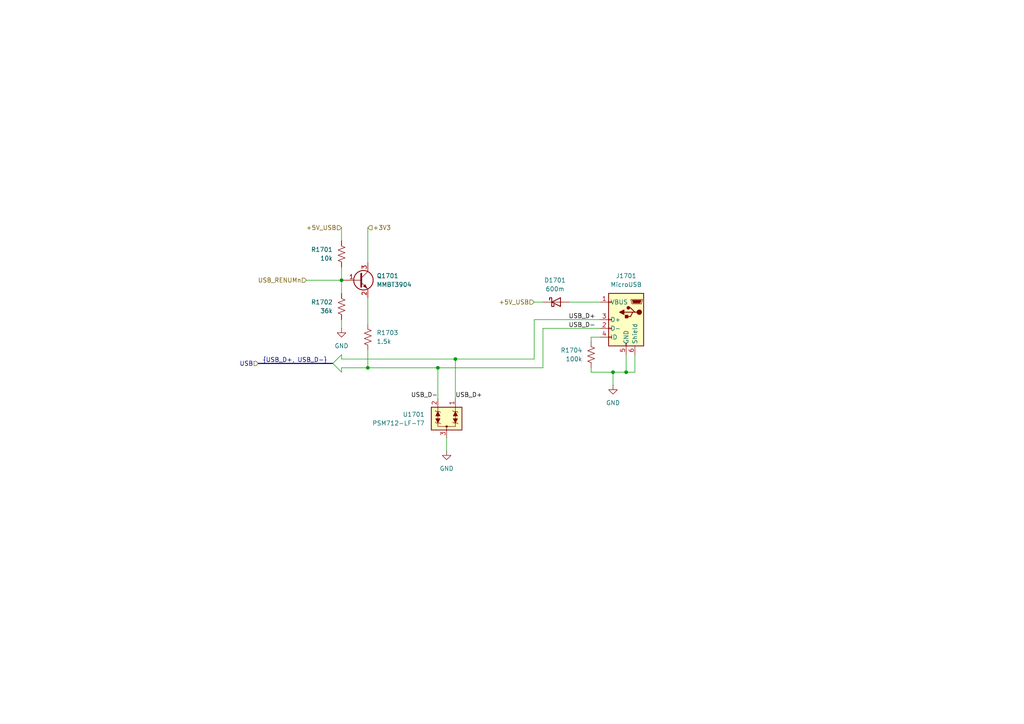
<source format=kicad_sch>
(kicad_sch (version 20250114) (generator "eeschema") (generator_version "9.0")
  (paper "A4")
  (lib_symbols
    (symbol "Transistor_BJT:MMBT3904" (pin_names (offset 0) (hide yes))
      (property "Reference" "Q" (at 5.08 1.905 0))
      (property "Value" "MMBT3904" (at 5.08 0 0))
      (symbol "MMBT3904_0_1"
        (polyline (pts (xy 0.635 1.905) (xy 0.635 -1.905) (xy 0.635 -1.905)) (stroke (width 0.508)))
        (polyline (pts (xy 0.635 0.635) (xy 2.54 2.54)))
        (polyline (pts (xy 0.635 -0.635) (xy 2.54 -2.54) (xy 2.54 -2.54)))
        (circle (center 1.27 0) (radius 2.8194) (stroke (width 0.254)))
        (polyline (pts (xy 1.27 -1.778) (xy 1.778 -1.27) (xy 2.286 -2.286) (xy 1.27 -1.778) (xy 1.27 -1.778)) (fill (type outline)))
      )
      (symbol "MMBT3904_1_1"
        (pin input line (at -5.08 0 0) (length 5.715) (name "B") (number "1"))
        (pin passive line (at 2.54 5.08 270) (length 2.54) (name "C") (number "3"))
        (pin passive line (at 2.54 -5.08 90) (length 2.54) (name "E") (number "2"))
      )
    )
    (symbol "bfr_connectors:USB_B_Micro"
      (property "Reference" "J" (at 0 11.43 0))
      (property "Value" "MicroUSB" (at 0 8.89 0))
      (symbol "USB_B_Micro_0_1"
        (rectangle (start -5.08 -7.62) (end 5.08 7.62) (stroke (width 0.254)) (fill (type background)))
        (polyline (pts (xy -4.699 5.842) (xy -4.699 5.588) (xy -4.445 4.826) (xy -4.445 4.572) (xy -1.651 4.572) (xy -1.651 4.826) (xy -1.397 5.588) (xy -1.397 5.842) (xy -4.699 5.842)))
        (polyline (pts (xy -4.318 5.588) (xy -1.778 5.588) (xy -2.032 4.826) (xy -4.064 4.826) (xy -4.318 5.588)) (fill (type outline)))
        (circle (center -3.81 2.159) (radius 0.635) (stroke (width 0.254)) (fill (type outline)))
        (polyline (pts (xy -3.175 2.159) (xy -2.54 2.159) (xy -1.27 3.429) (xy -0.635 3.429)) (stroke (width 0.254)))
        (polyline (pts (xy -2.54 2.159) (xy -1.905 2.159) (xy -1.27 0.889) (xy 0 0.889)) (stroke (width 0.254)))
        (polyline (pts (xy -1.905 2.159) (xy 0.635 2.159)) (stroke (width 0.254)))
        (circle (center -0.635 3.429) (radius 0.381) (stroke (width 0.254)) (fill (type outline)))
        (rectangle (start -0.127 -7.62) (end 0.127 -6.858))
        (rectangle (start 0.254 1.27) (end -0.508 0.508) (stroke (width 0.254)) (fill (type outline)))
        (polyline (pts (xy 0.635 2.794) (xy 0.635 1.524) (xy 1.905 2.159) (xy 0.635 2.794)) (stroke (width 0.254)) (fill (type outline)))
        (rectangle (start 5.08 4.953) (end 4.318 5.207))
        (rectangle (start 5.08 -0.127) (end 4.318 0.127))
        (rectangle (start 5.08 -2.667) (end 4.318 -2.413))
        (rectangle (start 5.08 -5.207) (end 4.318 -4.953))
      )
      (symbol "USB_B_Micro_1_1"
        (pin passive line (at -2.54 -10.16 90) (length 2.54) (name "Shield") (number "6"))
        (pin power_out line (at 0 -10.16 90) (length 2.54) (name "GND") (number "5"))
        (pin power_out line (at 7.62 5.08 180) (length 2.54) (name "VBUS") (number "1"))
        (pin bidirectional line (at 7.62 0 180) (length 2.54) (name "D+") (number "3"))
        (pin bidirectional line (at 7.62 -2.54 180) (length 2.54) (name "D-") (number "2"))
        (pin passive line (at 7.62 -5.08 180) (length 2.54) (name "ID") (number "4"))
      )
    )
    (symbol "bfr_diodes:1N5819WS" (pin_numbers (hide yes)) (pin_names (offset 1.016) (hide yes))
      (property "Reference" "D" (at 0 2.54 0))
      (property "Value" "600m" (at 0 -2.54 0))
      (symbol "1N5819WS_0_1"
        (polyline (pts (xy -1.905 0.635) (xy -1.905 1.27) (xy -1.27 1.27) (xy -1.27 -1.27) (xy -0.635 -1.27) (xy -0.635 -0.635)) (stroke (width 0.254)))
        (polyline (pts (xy 1.27 1.27) (xy 1.27 -1.27) (xy -1.27 0) (xy 1.27 1.27)) (stroke (width 0.254)))
        (polyline (pts (xy 1.27 0) (xy -1.27 0)))
      )
      (symbol "1N5819WS_1_1"
        (pin passive line (at -3.81 0 0) (length 2.54) (name "K") (number "1"))
        (pin passive line (at 3.81 0 180) (length 2.54) (name "A") (number "2"))
      )
    )
    (symbol "bfr_diodes:PSM712-LF-T7"
      (property "Reference" "U" (at 0 13.97 0))
      (property "Value" "PSM712-LF-T7" (at 0 11.43 0))
      (symbol "PSM712-LF-T7_0_1"
        (rectangle (start -4.445 1.27) (end 4.445 -5.334) (stroke (width 0.254)) (fill (type background)))
        (polyline (pts (xy -3.302 -0.254) (xy -3.048 0) (xy -2.032 0) (xy -1.778 0.254)))
        (polyline (pts (xy -2.54 1.27) (xy -2.54 0)))
        (polyline (pts (xy -2.54 -2.54) (xy -2.54 -4.318) (xy 2.54 -4.318) (xy 2.54 -2.54)))
        (polyline (pts (xy -1.778 -3.048) (xy -2.032 -3.302) (xy -3.048 -3.302) (xy -3.302 -3.556)))
        (polyline (pts (xy 0 -4.318) (xy 0 -5.588)))
        (circle (center 0 -4.318) (radius 0.254) (fill (type outline)))
        (polyline (pts (xy 1.778 -0.254) (xy 2.032 0) (xy 3.048 0) (xy 3.302 0.254)))
        (polyline (pts (xy 2.54 1.27) (xy 2.54 0)))
        (polyline (pts (xy 3.302 -3.048) (xy 3.048 -3.302) (xy 2.032 -3.302) (xy 1.778 -3.556)))
      )
      (symbol "PSM712-LF-T7_1_0"
        (pin passive line (at 0 -7.62 90) (length 2.54) (name "") (number "3"))
      )
      (symbol "PSM712-LF-T7_1_1"
        (polyline (pts (xy -2.54 0) (xy -1.905 -1.27) (xy -3.175 -1.27) (xy -2.54 0)) (fill (type outline)))
        (polyline (pts (xy -2.54 -1.27) (xy -2.54 -2.032)))
        (polyline (pts (xy -2.54 -3.302) (xy -1.905 -2.032) (xy -3.175 -2.032) (xy -2.54 -3.302)) (fill (type outline)))
        (polyline (pts (xy 2.54 0) (xy 1.905 -1.27) (xy 3.175 -1.27) (xy 2.54 0)) (fill (type outline)))
        (polyline (pts (xy 2.54 -1.27) (xy 2.54 -2.032)))
        (polyline (pts (xy 2.54 -3.302) (xy 1.905 -2.032) (xy 3.175 -2.032) (xy 2.54 -3.302)) (fill (type outline)))
        (pin passive line (at -2.54 3.81 270) (length 2.54) (name "") (number "1"))
        (pin passive line (at 2.54 3.81 270) (length 2.54) (name "") (number "2"))
      )
    )
    (symbol "bfr_resistors:RMCF0402FT100K" (pin_numbers (hide yes))
      (property "Reference" "R" (at 0 2.54 0))
      (property "Value" "100k" (at 1.27 2.54 0))
      (symbol "RMCF0402FT100K_0_1"
        (polyline (pts (xy -2.286 0) (xy -2.54 0)))
        (polyline (pts (xy -2.286 0) (xy -1.905 1.016) (xy -1.524 0) (xy -1.143 -1.016) (xy -0.762 0)))
        (polyline (pts (xy -0.762 0) (xy -0.381 1.016) (xy 0 0) (xy 0.381 -1.016) (xy 0.762 0)))
        (polyline (pts (xy 0.762 0) (xy 1.143 1.016) (xy 1.524 0) (xy 1.905 -1.016) (xy 2.286 0)))
        (polyline (pts (xy 2.286 0) (xy 2.54 0)))
      )
      (symbol "RMCF0402FT100K_1_1"
        (pin passive line (at -3.81 0 0) (length 1.27) (name "~") (number "1"))
        (pin passive line (at 3.81 0 180) (length 1.27) (name "~") (number "2"))
      )
    )
    (symbol "bfr_resistors:RMCF0402FT10K0" (pin_numbers (hide yes))
      (property "Reference" "R" (at 0 2.54 0))
      (property "Value" "10k" (at 1.27 2.54 0))
      (symbol "RMCF0402FT10K0_0_1"
        (polyline (pts (xy -2.286 0) (xy -2.54 0)))
        (polyline (pts (xy -2.286 0) (xy -1.905 1.016) (xy -1.524 0) (xy -1.143 -1.016) (xy -0.762 0)))
        (polyline (pts (xy -0.762 0) (xy -0.381 1.016) (xy 0 0) (xy 0.381 -1.016) (xy 0.762 0)))
        (polyline (pts (xy 0.762 0) (xy 1.143 1.016) (xy 1.524 0) (xy 1.905 -1.016) (xy 2.286 0)))
        (polyline (pts (xy 2.286 0) (xy 2.54 0)))
      )
      (symbol "RMCF0402FT10K0_1_1"
        (pin passive line (at -3.81 0 0) (length 1.27) (name "~") (number "1"))
        (pin passive line (at 3.81 0 180) (length 1.27) (name "~") (number "2"))
      )
    )
    (symbol "bfr_resistors:RMCF0402FT1K50" (pin_numbers (hide yes))
      (property "Reference" "R" (at 0 2.54 0))
      (property "Value" "1.5k" (at 1.27 2.54 0))
      (symbol "RMCF0402FT1K50_0_1"
        (polyline (pts (xy -2.286 0) (xy -2.54 0)))
        (polyline (pts (xy -2.286 0) (xy -1.905 1.016) (xy -1.524 0) (xy -1.143 -1.016) (xy -0.762 0)))
        (polyline (pts (xy -0.762 0) (xy -0.381 1.016) (xy 0 0) (xy 0.381 -1.016) (xy 0.762 0)))
        (polyline (pts (xy 0.762 0) (xy 1.143 1.016) (xy 1.524 0) (xy 1.905 -1.016) (xy 2.286 0)))
        (polyline (pts (xy 2.286 0) (xy 2.54 0)))
      )
      (symbol "RMCF0402FT1K50_1_1"
        (pin passive line (at -3.81 0 0) (length 1.27) (name "~") (number "1"))
        (pin passive line (at 3.81 0 180) (length 1.27) (name "~") (number "2"))
      )
    )
    (symbol "bfr_resistors:RMCF0603FT36K0" (pin_numbers (hide yes))
      (property "Reference" "R" (at 0 2.54 0))
      (property "Value" "36k" (at 1.27 2.54 0))
      (symbol "RMCF0603FT36K0_0_1"
        (polyline (pts (xy -2.286 0) (xy -2.54 0)))
        (polyline (pts (xy -2.286 0) (xy -1.905 1.016) (xy -1.524 0) (xy -1.143 -1.016) (xy -0.762 0)))
        (polyline (pts (xy -0.762 0) (xy -0.381 1.016) (xy 0 0) (xy 0.381 -1.016) (xy 0.762 0)))
        (polyline (pts (xy 0.762 0) (xy 1.143 1.016) (xy 1.524 0) (xy 1.905 -1.016) (xy 2.286 0)))
        (polyline (pts (xy 2.286 0) (xy 2.54 0)))
      )
      (symbol "RMCF0603FT36K0_1_1"
        (pin passive line (at -3.81 0 0) (length 1.27) (name "~") (number "1"))
        (pin passive line (at 3.81 0 180) (length 1.27) (name "~") (number "2"))
      )
    )
    (symbol "power:GND" (power) (pin_numbers (hide yes)) (pin_names (offset 0) (hide yes))
      (property "Value" "GND" (at 0 -3.81 0))
      (symbol "GND_0_1"
        (polyline (pts (xy 0 0) (xy 0 -1.27) (xy 1.27 -1.27) (xy 0 -2.54) (xy -1.27 -1.27) (xy 0 -1.27)))
      )
      (symbol "GND_1_1"
        (pin power_in line (at 0 0 270) (length 0) (name "~") (number "1"))
      )
    )
  )
  (junction (at 132.08 104.14))
  (junction (at 127 106.68))
  (junction (at 99.06 81.28))
  (junction (at 181.61 107.95))
  (junction (at 106.68 106.68))
  (junction (at 177.8 107.95))
  (bus_entry (at 96.52 105.41) (size 2.54 -2.54))
  (bus_entry (at 96.52 105.41) (size 2.54 2.54))
  (wire (pts (xy 157.48 95.25) (xy 157.48 106.68)))
  (wire (pts (xy 157.48 95.25) (xy 173.99 95.25)))
  (wire (pts (xy 165.1 87.63) (xy 173.99 87.63)))
  (wire (pts (xy 154.94 104.14) (xy 132.08 104.14)))
  (wire (pts (xy 106.68 66.04) (xy 106.68 76.2)))
  (wire (pts (xy 177.8 111.76) (xy 177.8 107.95)))
  (wire (pts (xy 171.45 107.95) (xy 177.8 107.95)))
  (wire (pts (xy 171.45 107.95) (xy 171.45 106.68)))
  (wire (pts (xy 99.06 104.14) (xy 132.08 104.14)))
  (wire (pts (xy 106.68 101.6) (xy 106.68 106.68)))
  (wire (pts (xy 99.06 107.95) (xy 99.06 106.68)))
  (wire (pts (xy 99.06 85.09) (xy 99.06 81.28)))
  (wire (pts (xy 99.06 104.14) (xy 99.06 102.87)))
  (wire (pts (xy 154.94 92.71) (xy 154.94 104.14)))
  (wire (pts (xy 99.06 66.04) (xy 99.06 69.85)))
  (wire (pts (xy 154.94 92.71) (xy 173.99 92.71)))
  (wire (pts (xy 106.68 86.36) (xy 106.68 93.98)))
  (wire (pts (xy 177.8 107.95) (xy 181.61 107.95)))
  (wire (pts (xy 127 106.68) (xy 127 115.57)))
  (wire (pts (xy 99.06 95.25) (xy 99.06 92.71)))
  (wire (pts (xy 88.9 81.28) (xy 99.06 81.28)))
  (wire (pts (xy 106.68 106.68) (xy 127 106.68)))
  (wire (pts (xy 184.15 102.87) (xy 184.15 107.95)))
  (wire (pts (xy 181.61 107.95) (xy 184.15 107.95)))
  (wire (pts (xy 171.45 99.06) (xy 171.45 97.79)))
  (wire (pts (xy 157.48 106.68) (xy 127 106.68)))
  (wire (pts (xy 181.61 102.87) (xy 181.61 107.95)))
  (bus (pts (xy 74.93 105.41) (xy 96.52 105.41)))
  (wire (pts (xy 157.48 87.63) (xy 154.94 87.63)))
  (wire (pts (xy 132.08 104.14) (xy 132.08 115.57)))
  (wire (pts (xy 99.06 77.47) (xy 99.06 81.28)))
  (wire (pts (xy 129.54 130.81) (xy 129.54 127)))
  (wire (pts (xy 171.45 97.79) (xy 173.99 97.79)))
  (wire (pts (xy 99.06 106.68) (xy 106.68 106.68)))
  (label "USB_D-" (at 172.72 95.25 180))
  (label "{USB_D+, USB_D-}" (at 76.2 105.41 0))
  (label "USB_D-" (at 127 115.57 180))
  (label "USB_D+" (at 172.72 92.71 180))
  (label "USB_D+" (at 132.08 115.57 0))
  (hierarchical_label "+5V_USB" (shape input) (at 99.06 66.04 180))
  (hierarchical_label "USB_RENUMn" (shape input) (at 88.9 81.28 180))
  (hierarchical_label "+3V3" (shape input) (at 106.68 66.04 0))
  (hierarchical_label "USB" (shape input) (at 74.93 105.41 180))
  (hierarchical_label "+5V_USB" (shape input) (at 154.94 87.63 180))
  (symbol (lib_id "bfr_resistors:RMCF0402FT1K50") (at 106.68 97.79 90) (unit 1)
    (property "Reference" "R1703" (at 109.22 96.5199 90) (effects (justify right)))
    (property "Value" "1.5k" (at 109.22 99.0599 90) (effects (justify right)))
    (property "Footprint" "Resistor_SMD:R_0402_1005Metric_Pad0.72x0.64mm_HandSolder" (effects (hide yes)))
    (property "Datasheet" "https://www.seielect.com/catalog/sei-rmcf_rmcp.pdf" (effects (hide yes)))
    (property "Description" "1.5kΩ 0402 JLCPCB Basic Resistor" (effects (hide yes)))
    (property "Sim.Device" "SUBCKT" (effects (hide yes)))
    (property "Sim.Pins" "1=P1 2=P2" (effects (hide yes)))
    (property "Sim.Library" "${BFRUH_DIR}/Electronics/spice_models/bfr_resistors/RMCF0402FT1K50.lib" (effects (hide yes)))
    (property "Sim.Name" "RMCF0402FT1K50" (effects (hide yes)))
    (property "Pretty Name" "1.5kΩ 0402 Resistor" (effects (hide yes)))
    (property "Order From" "LCSC" (effects (hide yes)))
    (property "Digikey P/N" "RMCF0402FT1K50CT-ND" (effects (hide yes)))
    (property "Mouser P/N" "708-RMCF0402FT1K50" (effects (hide yes)))
    (property "LCSC P/N" "C25867" (effects (hide yes)))
    (property "JLCPCB Basic Part" "Yes" (effects (hide yes)))
    (property "Created by" "resistor_generator.py script using jlcbasic_0402_1206_resistor_spec.txt" (effects (hide yes)))
    (instances (project "DU UC V1 - Minnow" (path "" (reference "R1703") (unit 1))) (project "" (path "" (reference "R25") (unit 1))))
  )
  (symbol (lib_id "power:GND") (at 129.54 130.81 0) (unit 1)
    (property "Reference" "#PWR01702" (effects (hide yes)))
    (property "Value" "GND" (at 129.54 135.89 0))
    (property "Description" "Power symbol creates a global label with name \"GND\" , ground" (effects (hide yes)))
    (instances (project "DU UC V1 - Minnow" (path "" (reference "#PWR01702") (unit 1))) (project "STM32F446 breakout V1 - Garibaldi" (path "" (reference "#PWR047") (unit 1))))
  )
  (symbol (lib_id "bfr_resistors:RMCF0402FT100K") (at 171.45 102.87 90) (unit 1)
    (property "Reference" "R1704" (at 168.91 101.5999 90) (effects (justify left)))
    (property "Value" "100k" (at 168.91 104.1399 90) (effects (justify left)))
    (property "Footprint" "Resistor_SMD:R_0402_1005Metric_Pad0.72x0.64mm_HandSolder" (effects (hide yes)))
    (property "Datasheet" "https://www.seielect.com/catalog/sei-rmcf_rmcp.pdf" (effects (hide yes)))
    (property "Description" "100kΩ 0402 JLCPCB Basic Resistor" (effects (hide yes)))
    (property "Sim.Device" "SUBCKT" (effects (hide yes)))
    (property "Sim.Pins" "1=P1 2=P2" (effects (hide yes)))
    (property "Sim.Library" "${BFRUH_DIR}/Electronics/spice_models/bfr_resistors/RMCF0402FT100K.lib" (effects (hide yes)))
    (property "Sim.Name" "RMCF0402FT100K" (effects (hide yes)))
    (property "Pretty Name" "100kΩ 0402 Resistor" (effects (hide yes)))
    (property "Order From" "LCSC" (effects (hide yes)))
    (property "Digikey P/N" "RMCF0402FT100KCT-ND" (effects (hide yes)))
    (property "Mouser P/N" "708-RMCF0402FT100K" (effects (hide yes)))
    (property "LCSC P/N" "C25741" (effects (hide yes)))
    (property "JLCPCB Basic Part" "Yes" (effects (hide yes)))
    (property "Created by" "resistor_generator.py script using jlcbasic_0402_1206_resistor_spec.txt" (effects (hide yes)))
  )
  (symbol (lib_id "bfr_resistors:RMCF0603FT36K0") (at 99.06 88.9 90) (unit 1)
    (property "Reference" "R1702" (at 96.52 87.6299 90) (effects (justify left)))
    (property "Value" "36k" (at 96.52 90.1699 90) (effects (justify left)))
    (property "Footprint" "Resistor_SMD:R_0603_1608Metric_Pad0.98x0.95mm_HandSolder" (effects (hide yes)))
    (property "Datasheet" "https://www.seielect.com/catalog/sei-rmcf_rmcp.pdf" (effects (hide yes)))
    (property "Description" "36kΩ 0603 Resistor" (effects (hide yes)))
    (property "Sim.Device" "SUBCKT" (effects (hide yes)))
    (property "Sim.Pins" "1=P1 2=P2" (effects (hide yes)))
    (property "Sim.Library" "${BFRUH_DIR}/Electronics/spice_models/bfr_resistors/RMCF0603FT36K0.lib" (effects (hide yes)))
    (property "Sim.Name" "RMCF0603FT36K0" (effects (hide yes)))
    (property "Pretty Name" "36kΩ 0603 Resistor" (effects (hide yes)))
    (property "Order From" "Mouser" (effects (hide yes)))
    (property "Digikey P/N" "RMCF0603FT36K0CT-ND" (effects (hide yes)))
    (property "Mouser P/N" "708-RMCF0603FT36K0" (effects (hide yes)))
    (property "LCSC P/N" "C23147" (effects (hide yes)))
    (property "JLCPCB Basic Part" "No" (effects (hide yes)))
    (property "Created by" "resistor_generator.py script using e24_resistor_bible_spec.txt" (effects (hide yes)))
    (instances (project "DU UC V1 - Minnow" (path "" (reference "R1702") (unit 1))) (project "" (path "" (reference "R24") (unit 1))))
  )
  (symbol (lib_id "bfr_resistors:RMCF0402FT10K0") (at 99.06 73.66 90) (unit 1)
    (property "Reference" "R1701" (at 96.52 72.3899 90) (effects (justify left)))
    (property "Value" "10k" (at 96.52 74.9299 90) (effects (justify left)))
    (property "Footprint" "Resistor_SMD:R_0402_1005Metric_Pad0.72x0.64mm_HandSolder" (effects (hide yes)))
    (property "Datasheet" "https://www.seielect.com/catalog/sei-rmcf_rmcp.pdf" (effects (hide yes)))
    (property "Description" "10kΩ 0402 JLCPCB Basic Resistor" (effects (hide yes)))
    (property "Sim.Device" "SUBCKT" (effects (hide yes)))
    (property "Sim.Pins" "1=P1 2=P2" (effects (hide yes)))
    (property "Sim.Library" "${BFRUH_DIR}/Electronics/spice_models/bfr_resistors/RMCF0402FT10K0.lib" (effects (hide yes)))
    (property "Sim.Name" "RMCF0402FT10K0" (effects (hide yes)))
    (property "Pretty Name" "10kΩ 0402 Resistor" (effects (hide yes)))
    (property "Order From" "LCSC" (effects (hide yes)))
    (property "Digikey P/N" "RMCF0402FT10K0CT-ND" (effects (hide yes)))
    (property "Mouser P/N" "708-RMCF0402FT10K0" (effects (hide yes)))
    (property "LCSC P/N" "C25744" (effects (hide yes)))
    (property "JLCPCB Basic Part" "Yes" (effects (hide yes)))
    (property "Created by" "resistor_generator.py script using jlcbasic_0402_1206_resistor_spec.txt" (effects (hide yes)))
    (instances (project "DU UC V1 - Minnow" (path "" (reference "R1701") (unit 1))) (project "" (path "" (reference "R23") (unit 1))))
  )
  (symbol (lib_id "power:GND") (at 177.8 111.76 0) (mirror y) (unit 1)
    (property "Reference" "#PWR01703" (effects (hide yes)))
    (property "Value" "GND" (at 177.8 116.84 0))
    (property "Description" "Power symbol creates a global label with name \"GND\" , ground" (effects (hide yes)))
  )
  (symbol (lib_id "bfr_diodes:1N5819WS") (at 161.29 87.63 0) (unit 1)
    (property "Reference" "D1701" (at 160.9725 81.28 0))
    (property "Value" "600m" (at 160.9725 83.82 0))
    (property "Footprint" "Diode_SMD:D_SOD-323_HandSoldering" (effects (hide yes)))
    (property "Datasheet" "https://wmsc.lcsc.com/wmsc/upload/file/pdf/v2/lcsc/2204281430_Guangdong-Hottech-1N5819WS_C191023.pdf" (effects (hide yes)))
    (property "Description" "1A 600mV SOD-323 Schottky Diode" (effects (hide yes)))
    (property "LCSC P/N" "C191023" (effects (hide yes)))
    (property "Digikey P/N" "5272-B5819WSCT-ND" (effects (hide yes)))
    (property "Mouser P/N" "833-B5819WS-TP" (effects (hide yes)))
    (property "Order From" "LCSC" (effects (hide yes)))
    (property "JLCPCB Basic Part" "Yes" (effects (hide yes)))
    (property "Pretty Name" "1A SOD-323 Schottky Diode" (effects (hide yes)))
    (property "Sim.Library" "${BFRUH_DIR}\\Electronics\\spice_models\\bfr_diodes\\1N5819WS.lib" (effects (hide yes)))
    (property "Sim.Name" "1N5819WS" (effects (hide yes)))
    (property "Sim.Device" "SUBCKT" (effects (hide yes)))
    (property "Sim.Pins" "1=K 2=A" (effects (hide yes)))
    (property "Created by" "Manual Entry" (effects (hide yes)))
    (instances (project "DU UC V1 - Minnow" (path "" (reference "D1701") (unit 1))) (project "STM32F446 breakout V1 - Garibaldi" (path "" (reference "D8") (unit 1))))
  )
  (symbol (lib_id "bfr_connectors:USB_B_Micro") (at 181.61 92.71 0) (mirror y) (unit 1)
    (property "Reference" "J1701" (at 181.61 80.01 0))
    (property "Value" "MicroUSB" (at 181.61 82.55 0))
    (property "Footprint" "Connector_USB:USB_Micro-B_Amphenol_10118194-0001LF_Horizontal" (effects (hide yes)))
    (property "Datasheet" "https://cdn.amphenol-cs.com/media/wysiwyg/files/documentation/datasheet/inputoutput/io_usb_micro.pdf" (effects (hide yes)))
    (property "Description" "Micro USB" (effects (hide yes)))
    (property "Digikey P/N" "609-4618-1-ND" (effects (hide yes)))
    (property "Mouser P/N" "649-10118194-0001LF " (effects (hide yes)))
    (property "LCSC P/N" "C132563" (effects (hide yes)))
    (property "JLC Basic?" "No" (effects (hide yes)))
    (property "Order From" "JLC" (effects (hide yes)))
  )
  (symbol (lib_id "bfr_diodes:PSM712-LF-T7") (at 129.54 119.38 0) (mirror y) (unit 1)
    (property "Reference" "U1701" (at 123.19 120.2054 0) (effects (justify left)))
    (property "Value" "PSM712-LF-T7" (at 123.19 122.7454 0) (effects (justify left)))
    (property "Footprint" "Package_TO_SOT_SMD:SOT-23" (effects (hide yes)))
    (property "Datasheet" "https://www.lcsc.com/datasheet/lcsc_datasheet_1811061632_ProTek-Devices-PSM712-LF-T7_C32677.pdf" (effects (hide yes)))
    (property "Manufacturer" "ProTek Devices" (effects (hide yes)))
    (property "Manufacturer P/N" "PSM712-LF-T7" (effects (hide yes)))
    (property "Digikey P/N" "4518-PSM712-LF-T7CT-ND" (effects (hide yes)))
    (property "LCSC P/N" "C32677 " (effects (hide yes)))
    (property "JLC Basic Part" "Yes" (effects (hide yes)))
    (property "Order From" "LCSC" (effects (hide yes)))
    (property "Pretty Name" "TVS Diode" (effects (hide yes)))
    (instances (project "DU UC V1 - Minnow" (path "" (reference "U1701") (unit 1))) (project "STM32F446 breakout V1 - Garibaldi" (path "" (reference "U6") (unit 1))))
  )
  (symbol (lib_id "Transistor_BJT:MMBT3904") (at 104.14 81.28 0) (unit 1)
    (property "Reference" "Q1701" (at 109.22 80.0099 0) (effects (justify left)))
    (property "Value" "MMBT3904" (at 109.22 82.5499 0) (effects (justify left)))
    (property "Footprint" "Package_TO_SOT_SMD:SOT-23" (effects (hide yes)))
    (property "Datasheet" "https://www.onsemi.com/pdf/datasheet/pzt3904-d.pdf" (effects (hide yes)))
    (property "Description" "0.2A Ic, 40V Vce, Small Signal NPN Transistor, SOT-23" (effects (hide yes)))
    (instances (project "DU UC V1 - Minnow" (path "" (reference "Q1701") (unit 1))) (project "" (path "" (reference "Q5") (unit 1))))
  )
  (symbol (lib_id "power:GND") (at 99.06 95.25 0) (unit 1)
    (property "Reference" "#PWR01701" (effects (hide yes)))
    (property "Value" "GND" (at 99.06 100.33 0))
    (property "Description" "Power symbol creates a global label with name \"GND\" , ground" (effects (hide yes)))
    (instances (project "DU UC V1 - Minnow" (path "" (reference "#PWR01701") (unit 1))) (project "STM32F446 breakout V1 - Garibaldi" (path "" (reference "#PWR046") (unit 1))))
  )
)
</source>
